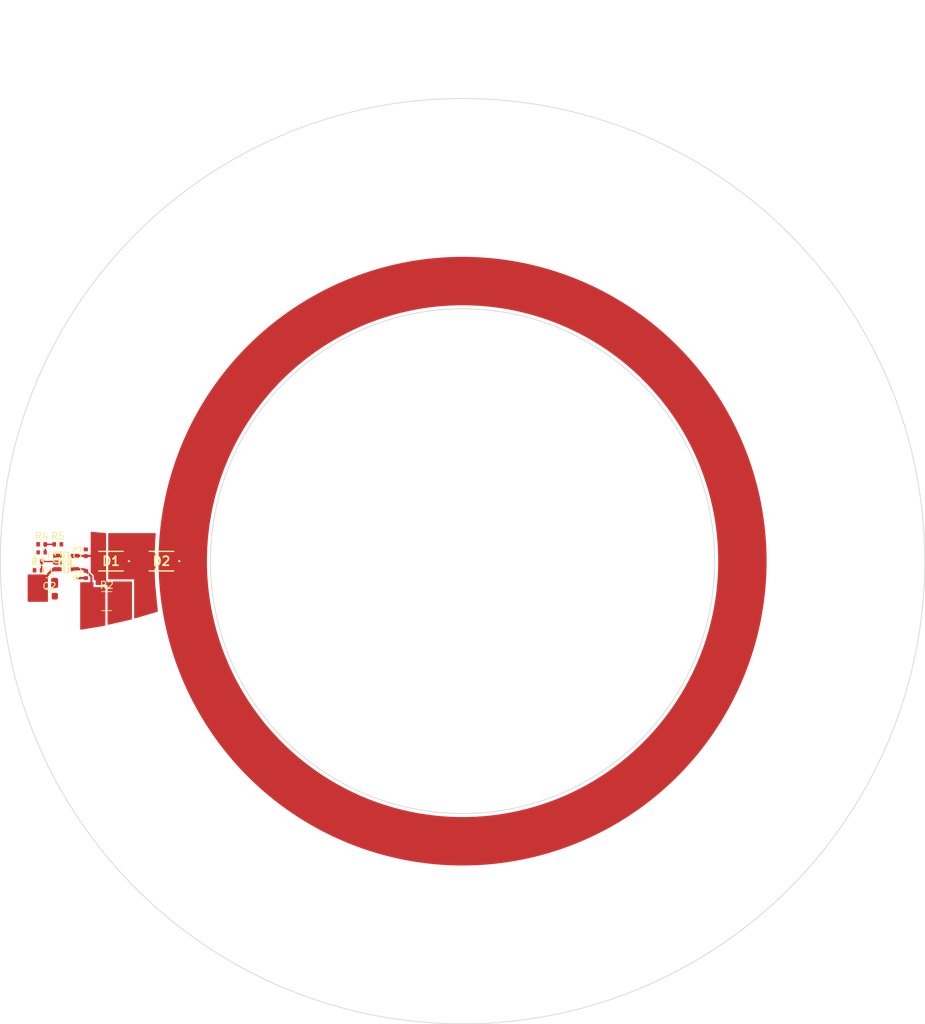
<source format=kicad_pcb>
(kicad_pcb (version 20241229) (generator "pcbnew") (generator_version "9.0")
  (layers (0 "F.Cu" signal) (4 "In1.Cu" signal) (6 "In2.Cu" signal) (2 "B.Cu" signal) (13 "F.Paste" user) (15 "B.Paste" user) (5 "F.SilkS" user "F.Silkscreen") (7 "B.SilkS" user "B.Silkscreen") (1 "F.Mask" user) (3 "B.Mask" user) (25 "Edge.Cuts" user))
  (net 0 "")
  (net 1 "GND")
  (net 2 "PWM")
  (net 3 "+12V")
  (net 4 "EN1")
  (net 5 "/OUT1")
  (net 6 "/LED1")
  (net 7 "/PWM1")
  (net 8 "/B1")
  (net 9 "/IN1")
  (footprint "Resistor_SMD:R_0402_1005Metric" (layer "F.Cu") (at 39.9 97.6)
    (property "Reference" "R4" (at 0 -1.17 0) (layer "F.SilkS"))
    (property "Value" "10k")
    (fp_line (start -0.153641 -0.38) (end 0.153641 -0.38) (stroke (width 0.12)) (layer "F.SilkS"))
    (fp_line (start -0.153641 0.38) (end 0.153641 0.38) (stroke (width 0.12)) (layer "F.SilkS"))
    (pad "1" smd roundrect (at -0.51 0) (size 0.54 0.64) (layers "F.Cu" "F.Mask" "F.Paste") (net 4 "EN1"))
    (pad "2" smd roundrect (at 0.51 0) (size 0.54 0.64) (layers "F.Cu" "F.Mask" "F.Paste") (net 8 "/B1"))
  )
  (footprint "Library:SOT95P280X145-5N" (layer "F.Cu") (at 43.4 100.2)
    (property "Reference" "U1" (at 0 0 0) (layer "F.SilkS") (effects (font (size 1.27 1.27) (thickness 0.254))))
    (property "Value" "TPS92612QDBVRQ1" (hide yes))
    (fp_line (start -1.85 -1.5) (end -0.65 -1.5) (stroke (width 0.2)) (layer "F.SilkS"))
    (fp_line (start -0.3 -1.45) (end 0.3 -1.45) (stroke (width 0.2)) (layer "F.SilkS"))
    (fp_line (start -0.3 1.45) (end -0.3 -1.45) (stroke (width 0.2)) (layer "F.SilkS"))
    (fp_line (start 0.3 -1.45) (end 0.3 1.45) (stroke (width 0.2)) (layer "F.SilkS"))
    (fp_line (start 0.3 1.45) (end -0.3 1.45) (stroke (width 0.2)) (layer "F.SilkS"))
    (pad "1" smd rect (at -1.25 -0.95 90) (size 0.6 1.2) (layers "F.Cu" "F.Mask" "F.Paste") (net 1 "GND"))
    (pad "2" smd rect (at -1.25 0 90) (size 0.6 1.2) (layers "F.Cu" "F.Mask" "F.Paste") (net 7 "/PWM1"))
    (pad "3" smd rect (at -1.25 0.95 90) (size 0.6 1.2) (layers "F.Cu" "F.Mask" "F.Paste") (net 3 "+12V"))
    (pad "4" smd rect (at 1.25 0.95 90) (size 0.6 1.2) (layers "F.Cu" "F.Mask" "F.Paste") (net 9 "/IN1"))
    (pad "5" smd rect (at 1.25 -0.95 90) (size 0.6 1.2) (layers "F.Cu" "F.Mask" "F.Paste") (net 5 "/OUT1"))
  )
  (footprint "Library:GWJTLRS1EMLVL5XX531" (layer "F.Cu") (at 49.8 100 180)
    (property "Reference" "D1" (at -0.005 0 0) (layer "F.SilkS") (effects (font (size 1.27 1.27) (thickness 0.254))))
    (property "Value" "LED" (hide yes))
    (fp_line (start -1.75 1.4) (end 1.75 1.4) (stroke (width 0.2)) (layer "F.SilkS"))
    (fp_line (start -1.75 -1.4) (end 1.75 -1.4) (stroke (width 0.2)) (layer "F.SilkS"))
    (fp_line (start -2.5 0) (end -2.5 0) (stroke (width 0.2)) (layer "F.SilkS"))
    (fp_line (start -2.6 0) (end -2.6 0) (stroke (width 0.2)) (layer "F.SilkS"))
    (fp_line (start -2.6 0) (end -2.6 0) (stroke (width 0.2)) (layer "F.SilkS"))
    (fp_arc (start -2.5 0) (mid -2.55 0.05) (end -2.6 0) (stroke (width 0.2)) (layer "F.SilkS"))
    (fp_arc (start -2.5 0) (mid -2.55 0.05) (end -2.6 0) (stroke (width 0.2)) (layer "F.SilkS"))
    (fp_arc (start -2.6 0) (mid -2.55 -0.05) (end -2.5 0) (stroke (width 0.2)) (layer "F.SilkS"))
    (pad "1" smd rect (at -1.825 0 180) (size 0.13 1.15) (layers "F.Cu" "F.Mask" "F.Paste") (net 6 "/LED1"))
    (pad "2" smd rect (at -0.7 0 270) (size 2.1 2.12) (layers "F.Cu" "F.Mask" "F.Paste") (net 6 "/LED1"))
    (pad "3" smd rect (at 1.32 0 180) (size 0.92 2.1) (layers "F.Cu" "F.Mask" "F.Paste") (net 5 "/OUT1"))
    (pad "4" smd rect (at 1.835 0 180) (size 0.11 1.15) (layers "F.Cu" "F.Mask" "F.Paste") (net 5 "/OUT1"))
  )
  (footprint "Library:GWJTLRS1EMLVL5XX531" (layer "F.Cu") (at 57 100 180)
    (property "Reference" "D2" (at -0.005 0 0) (layer "F.SilkS") (effects (font (size 1.27 1.27) (thickness 0.254))))
    (property "Value" "LED" (hide yes))
    (fp_line (start -1.75 1.4) (end 1.75 1.4) (stroke (width 0.2)) (layer "F.SilkS"))
    (fp_line (start -1.75 -1.4) (end 1.75 -1.4) (stroke (width 0.2)) (layer "F.SilkS"))
    (fp_line (start -2.5 0) (end -2.5 0) (stroke (width 0.2)) (layer "F.SilkS"))
    (fp_line (start -2.6 0) (end -2.6 0) (stroke (width 0.2)) (layer "F.SilkS"))
    (fp_line (start -2.6 0) (end -2.6 0) (stroke (width 0.2)) (layer "F.SilkS"))
    (fp_arc (start -2.5 0) (mid -2.55 0.05) (end -2.6 0) (stroke (width 0.2)) (layer "F.SilkS"))
    (fp_arc (start -2.5 0) (mid -2.55 0.05) (end -2.6 0) (stroke (width 0.2)) (layer "F.SilkS"))
    (fp_arc (start -2.6 0) (mid -2.55 -0.05) (end -2.5 0) (stroke (width 0.2)) (layer "F.SilkS"))
    (pad "1" smd rect (at -1.825 0 180) (size 0.13 1.15) (layers "F.Cu" "F.Mask" "F.Paste") (net 1 "GND"))
    (pad "2" smd rect (at -0.7 0 270) (size 2.1 2.12) (layers "F.Cu" "F.Mask" "F.Paste") (net 1 "GND"))
    (pad "3" smd rect (at 1.32 0 180) (size 0.92 2.1) (layers "F.Cu" "F.Mask" "F.Paste") (net 6 "/LED1"))
    (pad "4" smd rect (at 1.835 0 180) (size 0.11 1.15) (layers "F.Cu" "F.Mask" "F.Paste") (net 6 "/LED1"))
  )
  (footprint "Package_TO_SOT_SMD:SOT-416" (layer "F.Cu") (at 39.9 99.4 -90)
    (property "Reference" "Q1" (at 0 -2.25 90) (layer "F.SilkS"))
    (property "Value" "MMBT3904")
    (fp_line (start 0.51 0.96) (end -0.65 0.96) (stroke (width 0.12)) (layer "F.SilkS"))
    (fp_line (start 0.51 0.96) (end 0.51 0.65) (stroke (width 0.12)) (layer "F.SilkS"))
    (fp_line (start 0.51 -0.96) (end 0.51 -0.65) (stroke (width 0.12)) (layer "F.SilkS"))
    (fp_line (start 0.51 -0.96) (end -0.65 -0.96) (stroke (width 0.12)) (layer "F.SilkS"))
    (fp_circle (center -1.3 -0.5) (end -1.15 -0.5) (fill yes) (layer "F.SilkS"))
    (pad "1" smd roundrect (at -0.65 -0.5 270) (size 0.6 0.5) (layers "F.Cu" "F.Mask" "F.Paste") (net 8 "/B1"))
    (pad "2" smd roundrect (at -0.65 0.5 270) (size 0.6 0.5) (layers "F.Cu" "F.Mask" "F.Paste") (net 1 "GND"))
    (pad "3" smd roundrect (at 0.65 0 270) (size 0.6 0.5) (layers "F.Cu" "F.Mask" "F.Paste") (net 7 "/PWM1"))
  )
  (footprint "Capacitor_SMD:C_0603_1608Metric" (layer "F.Cu") (at 41 105)
    (property "Reference" "C2" (at 0 -1.43 0) (layer "F.SilkS"))
    (property "Value" "0.1uF")
    (fp_line (start -0.14058 -0.51) (end 0.14058 -0.51) (stroke (width 0.12)) (layer "F.SilkS"))
    (fp_line (start -0.14058 0.51) (end 0.14058 0.51) (stroke (width 0.12)) (layer "F.SilkS"))
    (pad "1" smd roundrect (at -0.775 0) (size 0.9 0.95) (layers "F.Cu" "F.Mask" "F.Paste") (net 3 "+12V"))
    (pad "2" smd roundrect (at 0.775 0) (size 0.9 0.95) (layers "F.Cu" "F.Mask" "F.Paste") (net 1 "GND"))
  )
  (footprint "Resistor_SMD:R_0402_1005Metric" (layer "F.Cu") (at 42.2 97.6)
    (property "Reference" "R5" (at 0 -1.17 0) (layer "F.SilkS"))
    (property "Value" "10k")
    (fp_line (start -0.153641 -0.38) (end 0.153641 -0.38) (stroke (width 0.12)) (layer "F.SilkS"))
    (fp_line (start -0.153641 0.38) (end 0.153641 0.38) (stroke (width 0.12)) (layer "F.SilkS"))
    (pad "1" smd roundrect (at -0.51 0) (size 0.54 0.64) (layers "F.Cu" "F.Mask" "F.Paste") (net 8 "/B1"))
    (pad "2" smd roundrect (at 0.51 0) (size 0.54 0.64) (layers "F.Cu" "F.Mask" "F.Paste") (net 1 "GND"))
  )
  (footprint "Capacitor_SMD:C_0402_1005Metric" (layer "F.Cu") (at 46.2 98.8 90)
    (property "Reference" "C3" (at 0 -1.16 90) (layer "F.SilkS"))
    (property "Value" "10nF")
    (fp_line (start -0.107836 -0.36) (end 0.107836 -0.36) (stroke (width 0.12)) (layer "F.SilkS"))
    (fp_line (start -0.107836 0.36) (end 0.107836 0.36) (stroke (width 0.12)) (layer "F.SilkS"))
    (pad "1" smd roundrect (at -0.48 0 90) (size 0.56 0.62) (layers "F.Cu" "F.Mask" "F.Paste") (net 5 "/OUT1"))
    (pad "2" smd roundrect (at 0.48 0 90) (size 0.56 0.62) (layers "F.Cu" "F.Mask" "F.Paste") (net 1 "GND"))
  )
  (footprint "Capacitor_SMD:C_0805_2012Metric" (layer "F.Cu") (at 40.8 103.1)
    (property "Reference" "C1" (at 0 -1.68 0) (layer "F.SilkS"))
    (property "Value" "1uF")
    (fp_line (start -0.261252 -0.735) (end 0.261252 -0.735) (stroke (width 0.12)) (layer "F.SilkS"))
    (fp_line (start -0.261252 0.735) (end 0.261252 0.735) (stroke (width 0.12)) (layer "F.SilkS"))
    (pad "1" smd roundrect (at -0.95 0) (size 1 1.45) (layers "F.Cu" "F.Mask" "F.Paste") (net 3 "+12V"))
    (pad "2" smd roundrect (at 0.95 0) (size 1 1.45) (layers "F.Cu" "F.Mask" "F.Paste") (net 1 "GND"))
  )
  (footprint "Resistor_SMD:R_1210_3225Metric" (layer "F.Cu") (at 49.2 105.7)
    (property "Reference" "R2" (at 0 -2.28 0) (layer "F.SilkS"))
    (property "Value" "80.6")
    (fp_line (start -0.723737 -1.355) (end 0.723737 -1.355) (stroke (width 0.12)) (layer "F.SilkS"))
    (fp_line (start -0.723737 1.355) (end 0.723737 1.355) (stroke (width 0.12)) (layer "F.SilkS"))
    (pad "1" smd roundrect (at -1.4625 0) (size 1.125 2.65) (layers "F.Cu" "F.Mask" "F.Paste") (roundrect_rratio 0.222222) (net 9 "/IN1"))
    (pad "2" smd roundrect (at 1.4625 0) (size 1.125 2.65) (layers "F.Cu" "F.Mask" "F.Paste") (roundrect_rratio 0.222222) (net 5 "/OUT1"))
  )
  (footprint "Resistor_SMD:R_0402_1005Metric" (layer "F.Cu") (at 39.39 101.3)
    (property "Reference" "R3" (at 0 -1.17 0) (layer "F.SilkS"))
    (property "Value" "1k")
    (fp_line (start -0.153641 -0.38) (end 0.153641 -0.38) (stroke (width 0.12)) (layer "F.SilkS"))
    (fp_line (start -0.153641 0.38) (end 0.153641 0.38) (stroke (width 0.12)) (layer "F.SilkS"))
    (pad "1" smd roundrect (at -0.51 0) (size 0.54 0.64) (layers "F.Cu" "F.Mask" "F.Paste") (net 2 "PWM"))
    (pad "2" smd roundrect (at 0.51 0) (size 0.54 0.64) (layers "F.Cu" "F.Mask" "F.Paste") (net 7 "/PWM1"))
  )
  (footprint "Resistor_SMD:R_0402_1005Metric" (layer "F.Cu") (at 46.2 101.9 90)
    (property "Reference" "R1" (at 0 -1.17 90) (layer "F.SilkS"))
    (property "Value" "1")
    (fp_line (start -0.153641 -0.38) (end 0.153641 -0.38) (stroke (width 0.12)) (layer "F.SilkS"))
    (fp_line (start -0.153641 0.38) (end 0.153641 0.38) (stroke (width 0.12)) (layer "F.SilkS"))
    (pad "1" smd roundrect (at -0.51 0 90) (size 0.54 0.64) (layers "F.Cu" "F.Mask" "F.Paste") (net 3 "+12V"))
    (pad "2" smd roundrect (at 0.51 0 90) (size 0.54 0.64) (layers "F.Cu" "F.Mask" "F.Paste") (net 9 "/IN1"))
  )
  (gr_circle (center 100 100) (end 136 100) (stroke (width 0.1)) (fill no) (layer "Edge.Cuts"))
  (gr_circle (center 100 100) (end 166 100) (stroke (width 0.1)) (fill no) (layer "Edge.Cuts"))
  (segment (start 46.2 102.41) (end 45.01 102.41) (width 0.3) (layer "F.Cu") (net 3))
  (segment (start 42.15 101.15) (end 41.55 101.15) (width 0.4) (layer "F.Cu") (net 3))
  (segment (start 45.01 102.41) (end 45 102.4) (width 0.3) (layer "F.Cu") (net 3))
  (segment (start 41.55 101.15) (end 40.5 102.2) (width 0.4) (layer "F.Cu") (net 3))
  (segment (start 46.17 99.25) (end 46.2 99.28) (width 0.3) (layer "F.Cu") (net 5))
  (segment (start 44.65 99.25) (end 47.15 99.25) (width 0.3) (layer "F.Cu") (net 5))
  (segment (start 42 100.05) (end 42.15 100.2) (width 0.2) (layer "F.Cu") (net 7))
  (segment (start 39.9 101.3) (end 39.9 100.05) (width 0.2) (layer "F.Cu") (net 7))
  (segment (start 39.9 100.05) (end 42 100.05) (width 0.2) (layer "F.Cu") (net 7))
  (segment (start 40.41 98.74) (end 40.4 98.75) (width 0.2) (layer "F.Cu") (net 8))
  (segment (start 40.41 97.6) (end 40.41 98.74) (width 0.2) (layer "F.Cu") (net 8))
  (segment (start 41.69 97.6) (end 40.41 97.6) (width 0.2) (layer "F.Cu") (net 8))
  (segment (start 47 102.19) (end 47 103.3) (width 0.3) (layer "F.Cu") (net 9))
  (segment (start 46.2 101.39) (end 47 102.19) (width 0.3) (layer "F.Cu") (net 9))
  (segment (start 45.96 101.15) (end 46.2 101.39) (width 0.3) (layer "F.Cu") (net 9))
  (segment (start 44.65 101.15) (end 45.96 101.15) (width 0.3) (layer "F.Cu") (net 9))
  (zone (net 3) (net_name "+12V") (layer "F.Cu") (priority 4) (connect_pads yes (clearance 0.1)) (min_thickness 0.25) (fill yes (thermal_gap 0.5) (thermal_bridge_width 0.5))
    (polygon (pts (xy 40.8 105.8) (xy 37.9 105.8) (xy 37.9 101.9) (xy 40.8 101.9)))
  )
  (zone (net 1) (net_name "GND") (layer "F.Cu") (connect_pads yes (clearance 0.1)) (min_thickness 0.25) (fill yes (thermal_gap 0.5) (thermal_bridge_width 0.5))
    (polygon (pts (arc (start 56.588481 100) (mid 143.411519 100) (end 56.588481 100))))
  )
  (zone (net 6) (net_name "/LED1") (layers "F.Cu" "B.Cu" "In2.Cu") (priority 1) (connect_pads yes (clearance 0.1)) (min_thickness 0.25) (fill yes (thermal_gap 0.5) (thermal_bridge_width 0.5))
    (polygon (pts (xy 56.5 107.2) (xy 56.3 105.3) (xy 56.1 103.1) (xy 56 100.6) (xy 56.1 97.2) (xy 56.2 96) (xy 49.4 96) (xy 49.4 102.6) (xy 53.1 102.6) (xy 53.1 108.2)))
  )
  (zone (net 5) (net_name "/OUT1") (layers "F.Cu" "B.Cu" "In2.Cu") (priority 1) (connect_pads yes (clearance 0.1)) (min_thickness 0.25) (fill yes (thermal_gap 0.5) (thermal_bridge_width 0.5))
    (polygon (pts (xy 52.8 102.9) (xy 49.1 102.9) (xy 49.1 96) (xy 46.9 95.8) (xy 46.9 98.9) (xy 46.9 102.7) (xy 47.6 102.7) (xy 47.6 103.4) (xy 49.3 103.4) (xy 49.3 109.1) (xy 52.8 108.3)))
  )
  (zone (net 9) (net_name "/IN1") (layers "F.Cu" "B.Cu" "In2.Cu") (priority 2) (connect_pads yes (clearance 0.1)) (min_thickness 0.25) (fill yes (thermal_gap 0.5) (thermal_bridge_width 0.5))
    (polygon (pts (xy 49 103.7) (xy 47.3 103.7) (xy 47.3 103) (xy 46.8 103) (xy 45.4 103) (xy 45.4 109.8) (xy 49 109.2)))
  )
)
</source>
